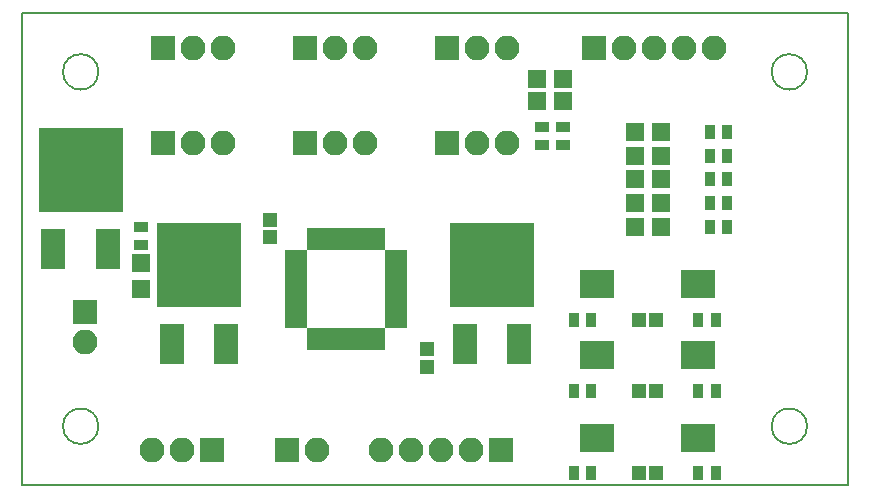
<source format=gbr>
G04 #@! TF.FileFunction,Soldermask,Top*
%FSLAX46Y46*%
G04 Gerber Fmt 4.6, Leading zero omitted, Abs format (unit mm)*
G04 Created by KiCad (PCBNEW 4.0.7) date 04/04/19 13:25:53*
%MOMM*%
%LPD*%
G01*
G04 APERTURE LIST*
%ADD10C,0.100000*%
%ADD11C,0.150000*%
%ADD12R,1.200000X1.150000*%
%ADD13R,1.150000X1.200000*%
%ADD14R,1.600000X1.600000*%
%ADD15R,1.875000X1.000000*%
%ADD16R,1.000000X1.875000*%
%ADD17R,2.100000X2.100000*%
%ADD18O,2.100000X2.100000*%
%ADD19R,0.900000X1.300000*%
%ADD20R,2.900000X2.400000*%
%ADD21R,2.051000X3.448000*%
%ADD22R,7.100520X7.100520*%
%ADD23R,1.300000X0.900000*%
G04 APERTURE END LIST*
D10*
D11*
X-3500000Y-5000000D02*
G75*
G03X-3500000Y-5000000I-1500000J0D01*
G01*
X-3500000Y-35000000D02*
G75*
G03X-3500000Y-35000000I-1500000J0D01*
G01*
X-63500000Y-35000000D02*
G75*
G03X-63500000Y-35000000I-1500000J0D01*
G01*
X-63500000Y-5000000D02*
G75*
G03X-63500000Y-5000000I-1500000J0D01*
G01*
X-70000000Y-40000000D02*
X-70000000Y0D01*
X0Y-40000000D02*
X-70000000Y-40000000D01*
X0Y0D02*
X0Y-40000000D01*
X-70000000Y0D02*
X0Y0D01*
D12*
X-17750000Y-26000000D03*
X-16250000Y-26000000D03*
X-17750000Y-39000000D03*
X-16250000Y-39000000D03*
X-17750000Y-32000000D03*
X-16250000Y-32000000D03*
D13*
X-49000000Y-17500000D03*
X-49000000Y-19000000D03*
X-35700000Y-28450000D03*
X-35700000Y-29950000D03*
D14*
X-18100000Y-18100000D03*
X-15900000Y-18100000D03*
X-18100000Y-16100000D03*
X-15900000Y-16100000D03*
X-18100000Y-14100000D03*
X-15900000Y-14100000D03*
X-18100000Y-12100000D03*
X-15900000Y-12100000D03*
X-18100000Y-10100000D03*
X-15900000Y-10100000D03*
D15*
X-46738000Y-20600000D03*
X-46738000Y-21400000D03*
X-46738000Y-22200000D03*
X-46738000Y-23000000D03*
X-46738000Y-23800000D03*
X-46738000Y-24600000D03*
X-46738000Y-25400000D03*
X-46738000Y-26200000D03*
D16*
X-45300000Y-27638000D03*
X-44500000Y-27638000D03*
X-43700000Y-27638000D03*
X-42900000Y-27638000D03*
X-42100000Y-27638000D03*
X-41300000Y-27638000D03*
X-40500000Y-27638000D03*
X-39700000Y-27638000D03*
D15*
X-38262000Y-26200000D03*
X-38262000Y-25400000D03*
X-38262000Y-24600000D03*
X-38262000Y-23800000D03*
X-38262000Y-23000000D03*
X-38262000Y-22200000D03*
X-38262000Y-21400000D03*
X-38262000Y-20600000D03*
D16*
X-39700000Y-19162000D03*
X-40500000Y-19162000D03*
X-41300000Y-19162000D03*
X-42100000Y-19162000D03*
X-42900000Y-19162000D03*
X-43700000Y-19162000D03*
X-44500000Y-19162000D03*
X-45300000Y-19162000D03*
D17*
X-34000000Y-11000000D03*
D18*
X-31460000Y-11000000D03*
X-28920000Y-11000000D03*
D17*
X-46000000Y-11000000D03*
D18*
X-43460000Y-11000000D03*
X-40920000Y-11000000D03*
D17*
X-34000000Y-3000000D03*
D18*
X-31460000Y-3000000D03*
X-28920000Y-3000000D03*
D17*
X-58000000Y-11000000D03*
D18*
X-55460000Y-11000000D03*
X-52920000Y-11000000D03*
D17*
X-58000000Y-3000000D03*
D18*
X-55460000Y-3000000D03*
X-52920000Y-3000000D03*
D17*
X-46000000Y-3000000D03*
D18*
X-43460000Y-3000000D03*
X-40920000Y-3000000D03*
D17*
X-21540000Y-3000000D03*
D18*
X-19000000Y-3000000D03*
X-16460000Y-3000000D03*
X-13920000Y-3000000D03*
X-11380000Y-3000000D03*
D17*
X-29380000Y-37000000D03*
D18*
X-31920000Y-37000000D03*
X-34460000Y-37000000D03*
X-37000000Y-37000000D03*
X-39540000Y-37000000D03*
D17*
X-64600000Y-25360000D03*
D18*
X-64600000Y-27900000D03*
D19*
X-23250000Y-26000000D03*
X-21750000Y-26000000D03*
X-23250000Y-39000000D03*
X-21750000Y-39000000D03*
X-23250000Y-32000000D03*
X-21750000Y-32000000D03*
X-11250000Y-26000000D03*
X-12750000Y-26000000D03*
X-11250000Y-39000000D03*
X-12750000Y-39000000D03*
X-11250000Y-32000000D03*
X-12750000Y-32000000D03*
X-10250000Y-18100000D03*
X-11750000Y-18100000D03*
X-10250000Y-16100000D03*
X-11750000Y-16100000D03*
X-10250000Y-14100000D03*
X-11750000Y-14100000D03*
X-10250000Y-12100000D03*
X-11750000Y-12100000D03*
X-10250000Y-10100000D03*
X-11750000Y-10100000D03*
D20*
X-12720000Y-23000000D03*
X-21280000Y-23000000D03*
X-12720000Y-36000000D03*
X-21280000Y-36000000D03*
X-12720000Y-29000000D03*
X-21280000Y-29000000D03*
D17*
X-53920000Y-37000000D03*
D18*
X-56460000Y-37000000D03*
X-59000000Y-37000000D03*
D21*
X-67301240Y-20000000D03*
D22*
X-65000000Y-13350280D03*
D21*
X-62698760Y-20000000D03*
X-57301240Y-28000000D03*
D22*
X-55000000Y-21350280D03*
D21*
X-52698760Y-28000000D03*
X-32500000Y-28000000D03*
D22*
X-30198760Y-21350280D03*
D21*
X-27897520Y-28000000D03*
D17*
X-47540000Y-37000000D03*
D18*
X-45000000Y-37000000D03*
D14*
X-26400000Y-5600000D03*
X-24200000Y-5600000D03*
X-26400000Y-7500000D03*
X-24200000Y-7500000D03*
X-59900000Y-23400000D03*
X-59900000Y-21200000D03*
D23*
X-24200000Y-11150000D03*
X-24200000Y-9650000D03*
X-25900000Y-11200000D03*
X-25900000Y-9700000D03*
X-59900000Y-18150000D03*
X-59900000Y-19650000D03*
M02*

</source>
